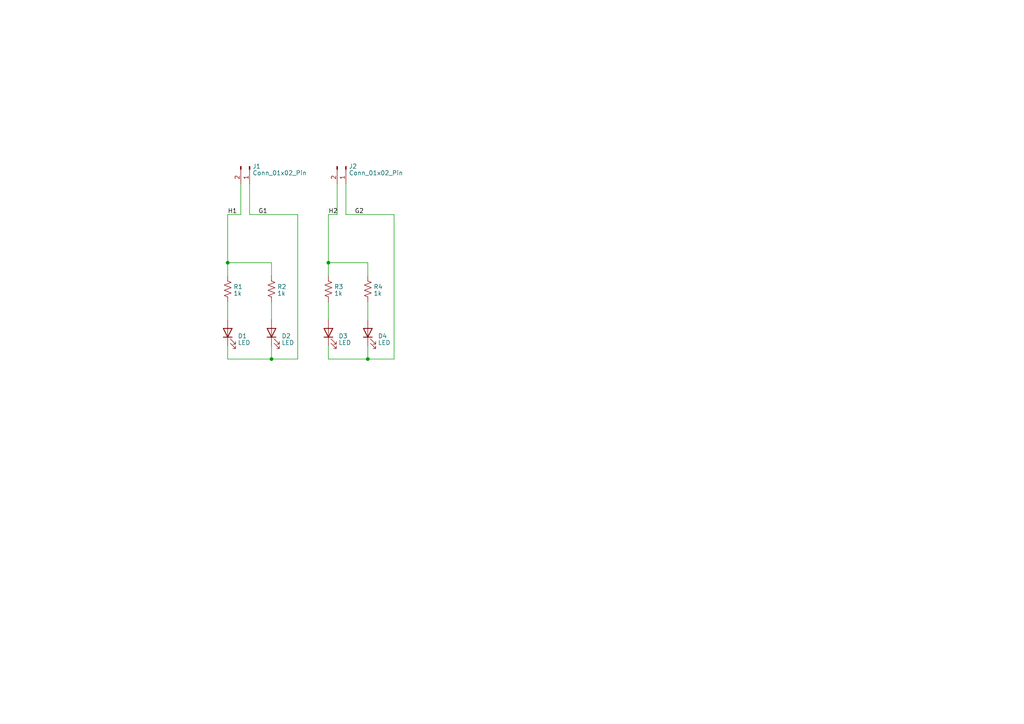
<source format=kicad_sch>
(kicad_sch (version 20230121) (generator eeschema)
  (paper "A4")
  (lib_symbols
    (symbol "Connector:Conn_01x02_Pin" (pin_names (offset 1.016) hide)
      (property "Reference" "J" (at 0 2.54 0))
      (property "Value" "Conn_01x02_Pin" (at 0 -5.08 0))
      (symbol "Conn_01x02_Pin_1_1"
        (polyline (pts (xy 1.27 -2.54) (xy 0.8636 -2.54)) (stroke (width 0.1524)))
        (polyline (pts (xy 1.27 0) (xy 0.8636 0)) (stroke (width 0.1524)))
        (rectangle (start 0.8636 -2.413) (end 0 -2.667) (stroke (width 0.1524)) (fill (type outline)))
        (rectangle (start 0.8636 0.127) (end 0 -0.127) (stroke (width 0.1524)) (fill (type outline)))
        (pin passive line (at 5.08 0 180) (length 3.81) (name "Pin_1") (number "1"))
        (pin passive line (at 5.08 -2.54 180) (length 3.81) (name "Pin_2") (number "2"))
      )
    )
    (symbol "Device:LED" (pin_numbers hide) (pin_names (offset 1.016) hide)
      (property "Reference" "D" (at 0 2.54 0))
      (property "Value" "LED" (at 0 -2.54 0))
      (symbol "LED_0_1"
        (polyline (pts (xy -1.27 -1.27) (xy -1.27 1.27)) (stroke (width 0.254)))
        (polyline (pts (xy -1.27 0) (xy 1.27 0)))
        (polyline (pts (xy 1.27 -1.27) (xy 1.27 1.27) (xy -1.27 0) (xy 1.27 -1.27)) (stroke (width 0.254)))
        (polyline (pts (xy -3.048 -0.762) (xy -4.572 -2.286) (xy -3.81 -2.286) (xy -4.572 -2.286) (xy -4.572 -1.524)))
        (polyline (pts (xy -1.778 -0.762) (xy -3.302 -2.286) (xy -2.54 -2.286) (xy -3.302 -2.286) (xy -3.302 -1.524)))
      )
      (symbol "LED_1_1"
        (pin passive line (at -3.81 0 0) (length 2.54) (name "K") (number "1"))
        (pin passive line (at 3.81 0 180) (length 2.54) (name "A") (number "2"))
      )
    )
    (symbol "Device:R_US" (pin_numbers hide) (pin_names (offset 0))
      (property "Reference" "R" (at 2.54 0 90))
      (property "Value" "R_US" (at -2.54 0 90))
      (symbol "R_US_0_1"
        (polyline (pts (xy 0 -2.286) (xy 0 -2.54)))
        (polyline (pts (xy 0 2.286) (xy 0 2.54)))
        (polyline (pts (xy 0 -0.762) (xy 1.016 -1.143) (xy 0 -1.524) (xy -1.016 -1.905) (xy 0 -2.286)))
        (polyline (pts (xy 0 0.762) (xy 1.016 0.381) (xy 0 0) (xy -1.016 -0.381) (xy 0 -0.762)))
        (polyline (pts (xy 0 2.286) (xy 1.016 1.905) (xy 0 1.524) (xy -1.016 1.143) (xy 0 0.762)))
      )
      (symbol "R_US_1_1"
        (pin passive line (at 0 3.81 270) (length 1.27) (name "~") (number "1"))
        (pin passive line (at 0 -3.81 90) (length 1.27) (name "~") (number "2"))
      )
    )
  )
  (junction (at 106.68 104.14))
  (junction (at 95.25 76.2))
  (junction (at 66.04 76.2))
  (junction (at 78.74 104.14))
  (wire (pts (xy 100.33 62.23) (xy 114.3 62.23)))
  (wire (pts (xy 106.68 76.2) (xy 106.68 80.01)))
  (wire (pts (xy 95.25 100.33) (xy 95.25 104.14)))
  (wire (pts (xy 78.74 104.14) (xy 78.74 100.33)))
  (wire (pts (xy 86.36 62.23) (xy 86.36 104.14)))
  (wire (pts (xy 69.85 62.23) (xy 66.04 62.23)))
  (wire (pts (xy 100.33 53.34) (xy 100.33 62.23)))
  (wire (pts (xy 78.74 80.01) (xy 78.74 76.2)))
  (wire (pts (xy 95.25 62.23) (xy 95.25 76.2)))
  (wire (pts (xy 66.04 76.2) (xy 66.04 80.01)))
  (wire (pts (xy 95.25 76.2) (xy 106.68 76.2)))
  (wire (pts (xy 86.36 104.14) (xy 78.74 104.14)))
  (wire (pts (xy 66.04 62.23) (xy 66.04 76.2)))
  (wire (pts (xy 97.79 53.34) (xy 97.79 62.23)))
  (wire (pts (xy 106.68 87.63) (xy 106.68 92.71)))
  (wire (pts (xy 72.39 53.34) (xy 72.39 62.23)))
  (wire (pts (xy 78.74 76.2) (xy 66.04 76.2)))
  (wire (pts (xy 97.79 62.23) (xy 95.25 62.23)))
  (wire (pts (xy 78.74 87.63) (xy 78.74 92.71)))
  (wire (pts (xy 66.04 104.14) (xy 78.74 104.14)))
  (wire (pts (xy 95.25 87.63) (xy 95.25 92.71)))
  (wire (pts (xy 106.68 104.14) (xy 106.68 100.33)))
  (wire (pts (xy 66.04 100.33) (xy 66.04 104.14)))
  (wire (pts (xy 95.25 80.01) (xy 95.25 76.2)))
  (wire (pts (xy 72.39 62.23) (xy 86.36 62.23)))
  (wire (pts (xy 114.3 62.23) (xy 114.3 104.14)))
  (wire (pts (xy 66.04 87.63) (xy 66.04 92.71)))
  (wire (pts (xy 69.85 53.34) (xy 69.85 62.23)))
  (wire (pts (xy 114.3 104.14) (xy 106.68 104.14)))
  (wire (pts (xy 95.25 104.14) (xy 106.68 104.14)))
  (label "H1" (at 66.04 62.23 0))
  (label "G2" (at 102.87 62.23 0))
  (label "G1" (at 74.93 62.23 0))
  (label "H2" (at 95.25 62.23 0))
  (symbol (lib_id "Device:LED") (at 95.25 96.52 90) (unit 1)
    (property "Reference" "D3" (at 98.171 97.4638 90) (effects (justify right)))
    (property "Value" "LED" (at 98.171 99.3848 90) (effects (justify right)))
    (property "Footprint" "LED_SMD:LED_0805_2012Metric" (effects hide))
  )
  (symbol (lib_id "Device:LED") (at 66.04 96.52 90) (unit 1)
    (property "Reference" "D1" (at 68.961 97.4638 90) (effects (justify right)))
    (property "Value" "LED" (at 68.961 99.3848 90) (effects (justify right)))
    (property "Footprint" "LED_SMD:LED_0805_2012Metric" (effects hide))
  )
  (symbol (lib_id "Device:LED") (at 78.74 96.52 90) (unit 1)
    (property "Reference" "D2" (at 81.661 97.4638 90) (effects (justify right)))
    (property "Value" "LED" (at 81.661 99.3848 90) (effects (justify right)))
    (property "Footprint" "LED_SMD:LED_0805_2012Metric" (effects hide))
  )
  (symbol (lib_id "Device:R_US") (at 106.68 83.82 0) (unit 1)
    (property "Reference" "R4" (at 108.331 83.1763 0) (effects (justify left)))
    (property "Value" "1k" (at 108.331 85.0973 0) (effects (justify left)))
    (property "Footprint" "Resistor_SMD:R_0805_2012Metric" (effects hide))
  )
  (symbol (lib_id "Connector:Conn_01x02_Pin") (at 100.33 48.26 270) (unit 1)
    (property "Reference" "J2" (at 101.1682 48.2513 90) (effects (justify left)))
    (property "Value" "Conn_01x02_Pin" (at 101.1682 50.1723 90) (effects (justify left)))
    (property "Footprint" "Headers:PinHeader_1x02_P2.54mm_Vertical_Wide" (effects hide))
  )
  (symbol (lib_id "Device:R_US") (at 78.74 83.82 0) (unit 1)
    (property "Reference" "R2" (at 80.391 83.1763 0) (effects (justify left)))
    (property "Value" "1k" (at 80.391 85.0973 0) (effects (justify left)))
    (property "Footprint" "Resistor_SMD:R_0805_2012Metric" (effects hide))
  )
  (symbol (lib_id "Device:LED") (at 106.68 96.52 90) (unit 1)
    (property "Reference" "D4" (at 109.601 97.4638 90) (effects (justify right)))
    (property "Value" "LED" (at 109.601 99.3848 90) (effects (justify right)))
    (property "Footprint" "LED_SMD:LED_0805_2012Metric" (effects hide))
  )
  (symbol (lib_id "Device:R_US") (at 66.04 83.82 0) (unit 1)
    (property "Reference" "R1" (at 67.691 83.1763 0) (effects (justify left)))
    (property "Value" "1k" (at 67.691 85.0973 0) (effects (justify left)))
    (property "Footprint" "Resistor_SMD:R_0805_2012Metric" (effects hide))
  )
  (symbol (lib_id "Connector:Conn_01x02_Pin") (at 72.39 48.26 270) (unit 1)
    (property "Reference" "J1" (at 73.2282 48.2513 90) (effects (justify left)))
    (property "Value" "Conn_01x02_Pin" (at 73.2282 50.1723 90) (effects (justify left)))
    (property "Footprint" "Headers:PinHeader_1x02_P2.54mm_Vertical_Wide" (effects hide))
  )
  (symbol (lib_id "Device:R_US") (at 95.25 83.82 0) (unit 1)
    (property "Reference" "R3" (at 96.901 83.1763 0) (effects (justify left)))
    (property "Value" "1k" (at 96.901 85.0973 0) (effects (justify left)))
    (property "Footprint" "Resistor_SMD:R_0805_2012Metric" (effects hide))
  )
)
</source>
